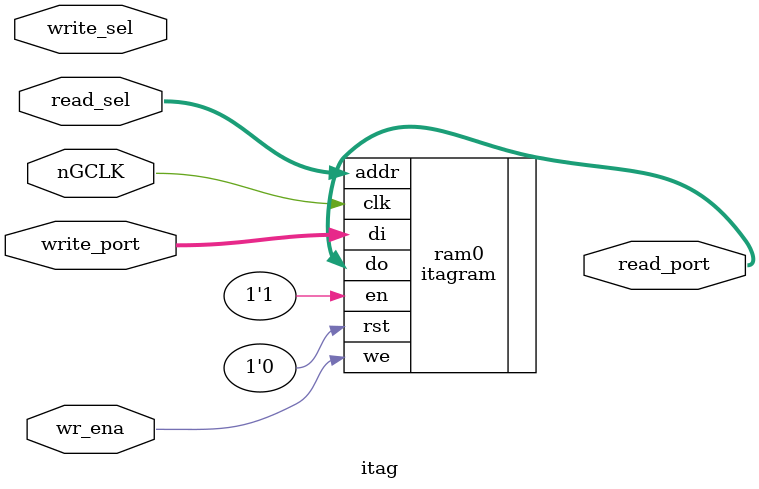
<source format=v>
`timescale 1ns/10ps
/*****************************************************************************
$RCSfile: itag_synth.v,v $
$Revision: 1.1 $
$Author: kohlere $
$Date: 2000/05/19 14:02:25 $
$State: Exp $
$Source: &

Description:  Tag Memory Module

*****************************************************************************/

module itag (nGCLK, write_sel, read_sel, write_port, read_port, wr_ena);

parameter       NL = 128;       //Number of Cache Lines (kB = 32*NL/1024)
parameter       LSS = 7;        //Line Select Bits = Log2(NL)
parameter       LSH = LSS + 4;  //LS High Bit Add = <Tag><LSS><word><byte>
parameter       PSL = LSH + 1;  //Page Select Low Bit
parameter       TS=2+(32-PSL);  //Tag Size D,V,Page Select

/*------------------------------------------------------------------------
        Ports
------------------------------------------------------------------------*/

input	[TS-1:0]	write_port;	//Write Value
input 	[LSS-1:0]	read_sel;	//Read Select Line
input	[LSS-1:0]	write_sel;	//Write Select Line
input			nGCLK;		//Clock
input			wr_ena;		//Write Enable

output	[TS-1:0]	read_port;	//Read Line

/*------------------------------------------------------------------------
        Signal Declarations
------------------------------------------------------------------------*/

wire	[TS-1:0] read_port;		//Read Port

/* 2 ported Ram, 1 read, 1 write */
itagram ram0
    (
	.addr(read_sel), 
        .di(write_port),
        .clk(nGCLK),
        .we(wr_ena),
        .en(1'b1),
        .rst(1'b0),
        .do(read_port)
    );

endmodule

</source>
